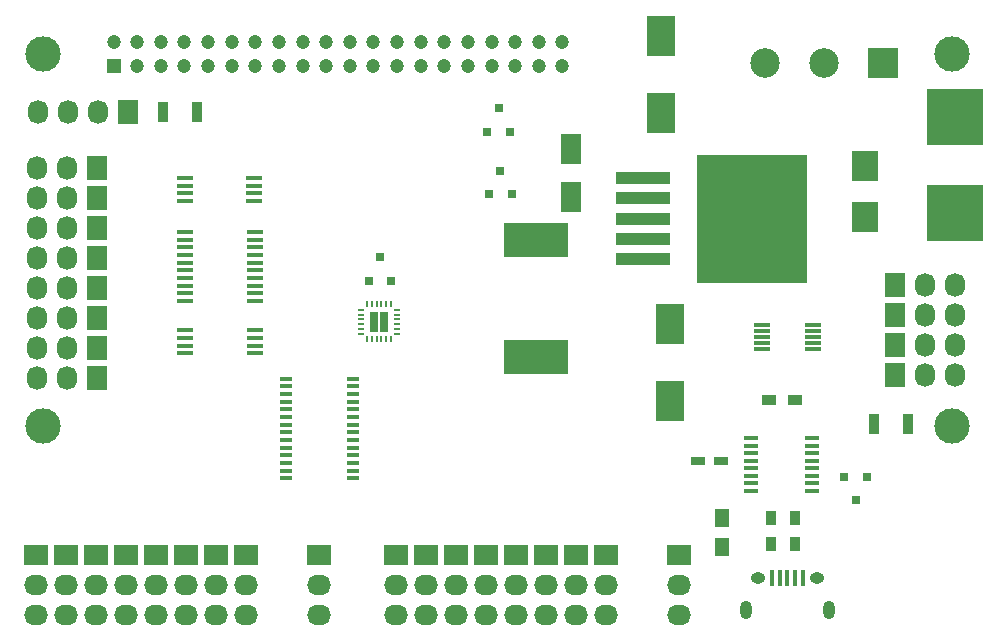
<source format=gbr>
G04 #@! TF.FileFunction,Soldermask,Top*
%FSLAX46Y46*%
G04 Gerber Fmt 4.6, Leading zero omitted, Abs format (unit mm)*
G04 Created by KiCad (PCBNEW (2015-11-11 BZR 6310)-product) date Sun 20 Dec 2015 11:13:31 PM CST*
%MOMM*%
G01*
G04 APERTURE LIST*
%ADD10C,0.100000*%
%ADD11C,3.000000*%
%ADD12R,1.727200X2.032000*%
%ADD13O,1.727200X2.032000*%
%ADD14R,0.400000X1.350000*%
%ADD15O,1.250000X0.950000*%
%ADD16O,1.000000X1.550000*%
%ADD17R,0.800100X0.800100*%
%ADD18R,2.032000X1.727200*%
%ADD19O,2.032000X1.727200*%
%ADD20R,4.600000X1.100000*%
%ADD21R,9.400000X10.800000*%
%ADD22R,0.900000X1.200000*%
%ADD23R,2.400300X3.500120*%
%ADD24R,1.200000X0.400000*%
%ADD25R,1.200000X0.750000*%
%ADD26R,1.450000X0.450000*%
%ADD27R,1.100000X0.400000*%
%ADD28R,1.400000X0.300000*%
%ADD29R,0.200000X0.550000*%
%ADD30R,0.550000X0.200000*%
%ADD31R,0.800000X0.875000*%
%ADD32C,2.500000*%
%ADD33R,2.500000X2.500000*%
%ADD34R,1.200000X0.900000*%
%ADD35R,4.700000X4.700000*%
%ADD36R,1.200000X1.200000*%
%ADD37C,1.200000*%
%ADD38R,0.900000X1.700000*%
%ADD39R,2.301240X2.499360*%
%ADD40R,1.800860X2.499360*%
%ADD41R,1.250000X1.500000*%
%ADD42R,5.400040X2.900680*%
G04 APERTURE END LIST*
D10*
D11*
X188100000Y-111500000D03*
X111100000Y-111500000D03*
X188100000Y-80000000D03*
X111100000Y-80000000D03*
D12*
X183300000Y-99520000D03*
D13*
X185840000Y-99520000D03*
X188380000Y-99520000D03*
D12*
X183300000Y-102060000D03*
D13*
X185840000Y-102060000D03*
X188380000Y-102060000D03*
D12*
X183300000Y-104600000D03*
D13*
X185840000Y-104600000D03*
X188380000Y-104600000D03*
D12*
X183300000Y-107140000D03*
D13*
X185840000Y-107140000D03*
X188380000Y-107140000D03*
D12*
X115736000Y-89614000D03*
D13*
X113196000Y-89614000D03*
X110656000Y-89614000D03*
D12*
X115736000Y-92154000D03*
D13*
X113196000Y-92154000D03*
X110656000Y-92154000D03*
D12*
X115736000Y-94694000D03*
D13*
X113196000Y-94694000D03*
X110656000Y-94694000D03*
D12*
X115736000Y-97234000D03*
D13*
X113196000Y-97234000D03*
X110656000Y-97234000D03*
D12*
X115736000Y-99774000D03*
D13*
X113196000Y-99774000D03*
X110656000Y-99774000D03*
D12*
X115736000Y-102314000D03*
D13*
X113196000Y-102314000D03*
X110656000Y-102314000D03*
D12*
X115736000Y-104854000D03*
D13*
X113196000Y-104854000D03*
X110656000Y-104854000D03*
D12*
X115736000Y-107394000D03*
D13*
X113196000Y-107394000D03*
X110656000Y-107394000D03*
D14*
X172855100Y-124373460D03*
X173505100Y-124373460D03*
X174155100Y-124373460D03*
X174805100Y-124373460D03*
X175455100Y-124373460D03*
D15*
X171655100Y-124373460D03*
X176655100Y-124373460D03*
D16*
X170655100Y-127073460D03*
X177655100Y-127073460D03*
D17*
X148896000Y-91888760D03*
X150796000Y-91888760D03*
X149846000Y-89889780D03*
X148746000Y-86578760D03*
X150646000Y-86578760D03*
X149696000Y-84579780D03*
D18*
X110529000Y-122380000D03*
D19*
X110529000Y-124920000D03*
X110529000Y-127460000D03*
D18*
X113069000Y-122380000D03*
D19*
X113069000Y-124920000D03*
X113069000Y-127460000D03*
D18*
X115609000Y-122380000D03*
D19*
X115609000Y-124920000D03*
X115609000Y-127460000D03*
D18*
X118149000Y-122380000D03*
D19*
X118149000Y-124920000D03*
X118149000Y-127460000D03*
D18*
X120689000Y-122380000D03*
D19*
X120689000Y-124920000D03*
X120689000Y-127460000D03*
D18*
X123229000Y-122380000D03*
D19*
X123229000Y-124920000D03*
X123229000Y-127460000D03*
D18*
X125769000Y-122380000D03*
D19*
X125769000Y-124920000D03*
X125769000Y-127460000D03*
D18*
X128309000Y-122380000D03*
D19*
X128309000Y-124920000D03*
X128309000Y-127460000D03*
D18*
X141009000Y-122380000D03*
D19*
X141009000Y-124920000D03*
X141009000Y-127460000D03*
D18*
X143549000Y-122380000D03*
D19*
X143549000Y-124920000D03*
X143549000Y-127460000D03*
D18*
X146089000Y-122380000D03*
D19*
X146089000Y-124920000D03*
X146089000Y-127460000D03*
D18*
X148629000Y-122380000D03*
D19*
X148629000Y-124920000D03*
X148629000Y-127460000D03*
D18*
X151169000Y-122380000D03*
D19*
X151169000Y-124920000D03*
X151169000Y-127460000D03*
D18*
X153709000Y-122380000D03*
D19*
X153709000Y-124920000D03*
X153709000Y-127460000D03*
D18*
X156249000Y-122380000D03*
D19*
X156249000Y-124920000D03*
X156249000Y-127460000D03*
D18*
X158789000Y-122380000D03*
D19*
X158789000Y-124920000D03*
X158789000Y-127460000D03*
D20*
X161964000Y-97332000D03*
X161964000Y-95632000D03*
X161964000Y-92232000D03*
D21*
X171114000Y-93932000D03*
D20*
X161964000Y-93932000D03*
X161964000Y-90532000D03*
D22*
X174834000Y-119248000D03*
X174834000Y-121448000D03*
X172802000Y-119248000D03*
X172802000Y-121448000D03*
D18*
X134532000Y-122380000D03*
D19*
X134532000Y-124920000D03*
X134532000Y-127460000D03*
D18*
X165012000Y-122380000D03*
D19*
X165012000Y-124920000D03*
X165012000Y-127460000D03*
D23*
X163488000Y-84991200D03*
X163488000Y-78488800D03*
X164250000Y-109375200D03*
X164250000Y-102872800D03*
D24*
X176248000Y-116982500D03*
X176248000Y-116347500D03*
X176248000Y-115712500D03*
X176248000Y-115077500D03*
X176248000Y-114442500D03*
X176248000Y-113807500D03*
X176248000Y-113172500D03*
X176248000Y-112537500D03*
X171048000Y-112537500D03*
X171048000Y-113172500D03*
X171048000Y-113807500D03*
X171048000Y-114442500D03*
X171048000Y-115077500D03*
X171048000Y-115712500D03*
X171048000Y-116347500D03*
X171048000Y-116982500D03*
D25*
X168510000Y-114440000D03*
X166610000Y-114440000D03*
D26*
X129050000Y-105345000D03*
X129050000Y-104695000D03*
X129050000Y-104045000D03*
X129050000Y-103395000D03*
X123150000Y-103395000D03*
X123150000Y-104045000D03*
X123150000Y-104695000D03*
X123150000Y-105345000D03*
X129020000Y-92455000D03*
X129020000Y-91805000D03*
X129020000Y-91155000D03*
X129020000Y-90505000D03*
X123120000Y-90505000D03*
X123120000Y-91155000D03*
X123120000Y-91805000D03*
X123120000Y-92455000D03*
D27*
X131682000Y-107487000D03*
X131682000Y-108137000D03*
X131682000Y-108787000D03*
X131682000Y-109437000D03*
X131682000Y-110087000D03*
X131682000Y-110737000D03*
X131682000Y-111387000D03*
X131682000Y-112037000D03*
X131682000Y-112687000D03*
X131682000Y-113337000D03*
X131682000Y-113987000D03*
X131682000Y-114637000D03*
X131682000Y-115287000D03*
X131682000Y-115937000D03*
X137382000Y-115937000D03*
X137382000Y-115287000D03*
X137382000Y-114637000D03*
X137382000Y-113987000D03*
X137382000Y-113337000D03*
X137382000Y-112687000D03*
X137382000Y-112037000D03*
X137382000Y-111387000D03*
X137382000Y-110737000D03*
X137382000Y-110087000D03*
X137382000Y-109437000D03*
X137382000Y-108787000D03*
X137382000Y-108137000D03*
X137382000Y-107487000D03*
D28*
X176356000Y-104958000D03*
X176356000Y-104458000D03*
X176356000Y-103958000D03*
X176356000Y-103458000D03*
X176356000Y-102958000D03*
X171956000Y-102958000D03*
X171956000Y-103458000D03*
X171956000Y-103958000D03*
X171956000Y-104458000D03*
X171956000Y-104958000D03*
D12*
X118310000Y-84890000D03*
D13*
X115770000Y-84890000D03*
X113230000Y-84890000D03*
X110690000Y-84890000D03*
D26*
X129050000Y-100925000D03*
X129050000Y-100275000D03*
X129050000Y-99625000D03*
X129050000Y-98975000D03*
X129050000Y-98325000D03*
X129050000Y-97675000D03*
X129050000Y-97025000D03*
X129050000Y-96375000D03*
X129050000Y-95725000D03*
X129050000Y-95075000D03*
X123150000Y-95075000D03*
X123150000Y-95725000D03*
X123150000Y-96375000D03*
X123150000Y-97025000D03*
X123150000Y-97675000D03*
X123150000Y-98325000D03*
X123150000Y-98975000D03*
X123150000Y-99625000D03*
X123150000Y-100275000D03*
X123150000Y-100925000D03*
D29*
X138579000Y-104165000D03*
X138979000Y-104165000D03*
X139379000Y-104165000D03*
X139779000Y-104165000D03*
X140179000Y-104165000D03*
X140579000Y-104165000D03*
D30*
X141079000Y-103665000D03*
X141079000Y-103265000D03*
X141079000Y-102865000D03*
X141079000Y-102465000D03*
X141079000Y-102065000D03*
X141079000Y-101665000D03*
D29*
X140579000Y-101165000D03*
X140179000Y-101165000D03*
X139779000Y-101165000D03*
X139379000Y-101165000D03*
X138979000Y-101165000D03*
X138579000Y-101165000D03*
D30*
X138079000Y-101665000D03*
X138079000Y-102065000D03*
X138079000Y-102465000D03*
X138079000Y-102865000D03*
X138079000Y-103265000D03*
X138079000Y-103665000D03*
D31*
X139979000Y-102230000D03*
X139179000Y-102230000D03*
X139979000Y-103100000D03*
X139179000Y-103100000D03*
D32*
X172284000Y-80724000D03*
D33*
X182284000Y-80724000D03*
D32*
X177284000Y-80724000D03*
D34*
X174760000Y-109310000D03*
X172560000Y-109310000D03*
D17*
X180880000Y-115779240D03*
X178980000Y-115779240D03*
X179930000Y-117778220D03*
D35*
X188380000Y-93424000D03*
X188380000Y-85296000D03*
D36*
X117100000Y-81000000D03*
D37*
X117100000Y-79000000D03*
X119100000Y-81000000D03*
X119100000Y-79000000D03*
X121100000Y-81000000D03*
X121100000Y-79000000D03*
X123100000Y-81000000D03*
X123100000Y-79000000D03*
X125100000Y-81000000D03*
X125100000Y-79000000D03*
X127100000Y-81000000D03*
X127100000Y-79000000D03*
X129100000Y-81000000D03*
X129100000Y-79000000D03*
X131100000Y-81000000D03*
X131100000Y-79000000D03*
X133100000Y-81000000D03*
X133100000Y-79000000D03*
X135100000Y-81000000D03*
X135100000Y-79000000D03*
X137100000Y-81000000D03*
X137100000Y-79000000D03*
X139100000Y-81000000D03*
X139100000Y-79000000D03*
X141100000Y-81000000D03*
X141100000Y-79000000D03*
X143100000Y-81000000D03*
X143100000Y-79000000D03*
X145100000Y-81000000D03*
X145100000Y-79000000D03*
X147100000Y-81000000D03*
X147100000Y-79000000D03*
X149100000Y-81000000D03*
X149100000Y-79000000D03*
X151100000Y-81000000D03*
X151100000Y-79000000D03*
X153100000Y-81000000D03*
X153100000Y-79000000D03*
X155100000Y-81000000D03*
X155100000Y-79000000D03*
D38*
X121260000Y-84900000D03*
X124160000Y-84900000D03*
D17*
X138712000Y-99192760D03*
X140612000Y-99192760D03*
X139662000Y-97193780D03*
D39*
X180760000Y-89497160D03*
X180760000Y-93794840D03*
D40*
X155850000Y-92078980D03*
X155850000Y-88081020D03*
D41*
X168620000Y-119260000D03*
X168620000Y-121760000D03*
D38*
X184350000Y-111310000D03*
X181450000Y-111310000D03*
D42*
X152830000Y-95749540D03*
X152830000Y-105650460D03*
M02*

</source>
